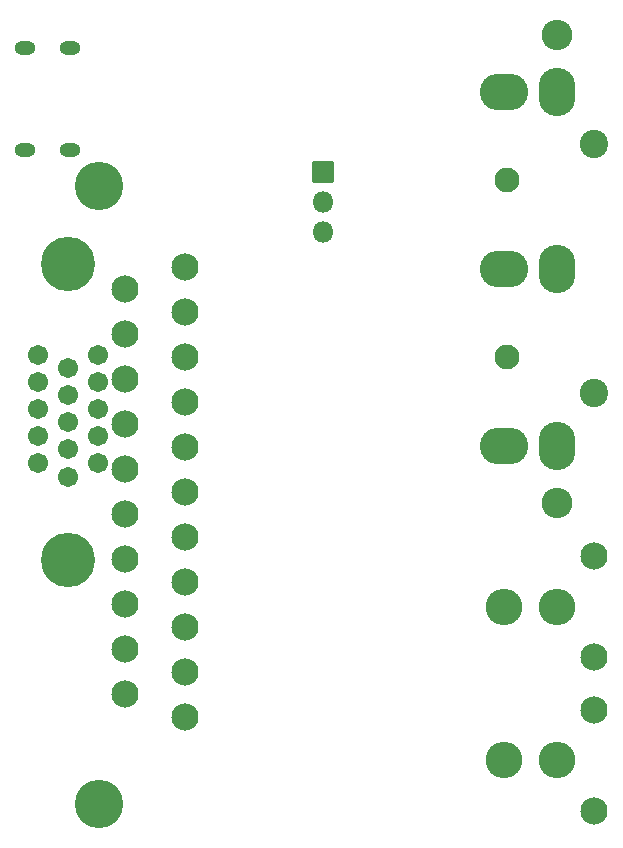
<source format=gbr>
G04 #@! TF.GenerationSoftware,KiCad,Pcbnew,(5.1.12)-1*
G04 #@! TF.CreationDate,2021-11-28T04:27:24+13:00*
G04 #@! TF.ProjectId,comprgb,636f6d70-7267-4622-9e6b-696361645f70,rev?*
G04 #@! TF.SameCoordinates,Original*
G04 #@! TF.FileFunction,Soldermask,Bot*
G04 #@! TF.FilePolarity,Negative*
%FSLAX46Y46*%
G04 Gerber Fmt 4.6, Leading zero omitted, Abs format (unit mm)*
G04 Created by KiCad (PCBNEW (5.1.12)-1) date 2021-11-28 04:27:24*
%MOMM*%
%LPD*%
G01*
G04 APERTURE LIST*
%ADD10C,4.602000*%
%ADD11C,1.702000*%
%ADD12C,2.102000*%
%ADD13C,2.402000*%
%ADD14O,4.102000X3.102000*%
%ADD15O,3.102000X4.102000*%
%ADD16O,2.602000X2.602000*%
%ADD17O,1.802000X1.802000*%
%ADD18C,2.302000*%
%ADD19O,3.102000X3.102000*%
%ADD20C,4.102000*%
%ADD21O,1.802000X1.202000*%
G04 APERTURE END LIST*
D10*
X24600000Y-61620000D03*
X24600000Y-86620000D03*
D11*
X22060000Y-69280000D03*
X22060000Y-71570000D03*
X22060000Y-73860000D03*
X22060000Y-76150000D03*
X22060000Y-78440000D03*
X24600000Y-77290000D03*
X24600000Y-79580000D03*
X27140000Y-69280000D03*
X27140000Y-71570000D03*
X27140000Y-73860000D03*
X27140000Y-76150000D03*
X27140000Y-78440000D03*
X24600000Y-70420000D03*
X24600000Y-72710000D03*
X24600000Y-75000000D03*
D12*
X61800000Y-54500000D03*
X61800000Y-69500000D03*
D13*
X69144520Y-72533380D03*
X69144520Y-51466620D03*
D14*
X61500000Y-47000000D03*
X61500000Y-77000000D03*
D15*
X66000000Y-77000000D03*
X66000000Y-62000000D03*
X66000000Y-47000000D03*
D16*
X66000000Y-42200000D03*
X66000000Y-81800000D03*
D14*
X61500000Y-62000000D03*
D17*
X46200000Y-58880000D03*
X46200000Y-56340000D03*
G36*
G01*
X45299000Y-54650000D02*
X45299000Y-52950000D01*
G75*
G02*
X45350000Y-52899000I51000J0D01*
G01*
X47050000Y-52899000D01*
G75*
G02*
X47101000Y-52950000I0J-51000D01*
G01*
X47101000Y-54650000D01*
G75*
G02*
X47050000Y-54701000I-51000J0D01*
G01*
X45350000Y-54701000D01*
G75*
G02*
X45299000Y-54650000I0J51000D01*
G01*
G37*
D18*
X69150000Y-86350000D03*
X69150000Y-94850000D03*
D19*
X66000000Y-90600000D03*
X61500000Y-90600000D03*
D18*
X69150000Y-99370000D03*
X69150000Y-107870000D03*
D19*
X66000000Y-103620000D03*
X61500000Y-103620000D03*
D18*
X34480000Y-99905000D03*
X34480000Y-61805000D03*
X29400000Y-67520000D03*
X34480000Y-65615000D03*
X29400000Y-71330000D03*
X34480000Y-69425000D03*
X29400000Y-75140000D03*
X34480000Y-73235000D03*
X29400000Y-63710000D03*
X34480000Y-77045000D03*
X29400000Y-78950000D03*
X34480000Y-80855000D03*
X29400000Y-82760000D03*
X34480000Y-84665000D03*
X29400000Y-86570000D03*
X34480000Y-88475000D03*
X29400000Y-90380000D03*
X34480000Y-92285000D03*
X29400000Y-94190000D03*
X34480000Y-96095000D03*
X29400000Y-98000000D03*
D20*
X27200000Y-55000000D03*
X27200000Y-107270000D03*
D21*
X24800000Y-43280000D03*
X24800000Y-51920000D03*
X21000000Y-51920000D03*
X21000000Y-43280000D03*
M02*

</source>
